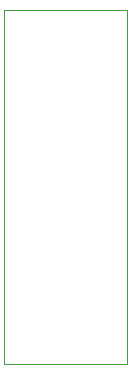
<source format=gbr>
%TF.GenerationSoftware,KiCad,Pcbnew,7.0.9*%
%TF.CreationDate,2024-02-08T14:16:21+01:00*%
%TF.ProjectId,signaux,7369676e-6175-4782-9e6b-696361645f70,rev?*%
%TF.SameCoordinates,Original*%
%TF.FileFunction,Profile,NP*%
%FSLAX46Y46*%
G04 Gerber Fmt 4.6, Leading zero omitted, Abs format (unit mm)*
G04 Created by KiCad (PCBNEW 7.0.9) date 2024-02-08 14:16:21*
%MOMM*%
%LPD*%
G01*
G04 APERTURE LIST*
%TA.AperFunction,Profile*%
%ADD10C,0.100000*%
%TD*%
G04 APERTURE END LIST*
D10*
X101981000Y-63881000D02*
X112395000Y-63881000D01*
X112395000Y-93853000D01*
X101981000Y-93853000D01*
X101981000Y-63881000D01*
M02*

</source>
